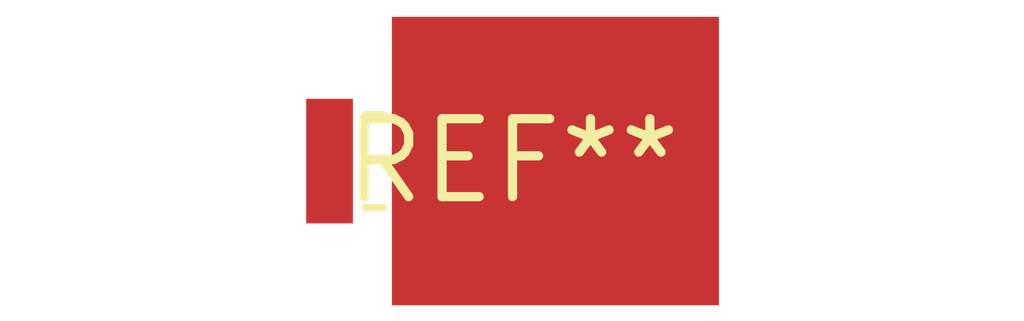
<source format=kicad_pcb>
(kicad_pcb (version 20240108) (generator pcbnew)
  (layers (0 "F.Cu" signal) (31 "B.Cu" signal) (34 "B.Paste" user) (35 "F.Paste" user) (36 "B.SilkS" user "B.Silkscreen") (37 "F.SilkS" user "F.Silkscreen") (38 "B.Mask" user) (39 "F.Mask" user) (44 "Edge.Cuts" user))
  (net 0 "")
  (footprint "D_Powermite2_KA" (layer "F.Cu") (at 0 0)
    (property "Reference" "REF**")
    (property "Value" "D_Powermite2_KA")
    (fp_line (start -2.4 -0.755) (end -2.1 -0.755) (layer "F.SilkS") (stroke (width 0.12)))
    (fp_line (start -2.4 0.755) (end -2.1 0.755) (layer "F.SilkS") (stroke (width 0.12)))
    (pad "1" smd rect (at -2.9825 0) (size 0.762 2.03) (layers "F.Cu" "F.Paste" "F.Mask"))
    (pad "2" smd rect (at 0.6985 0) (size 5.33 4.7) (layers "F.Cu" "F.Paste" "F.Mask"))
  )
)
</source>
